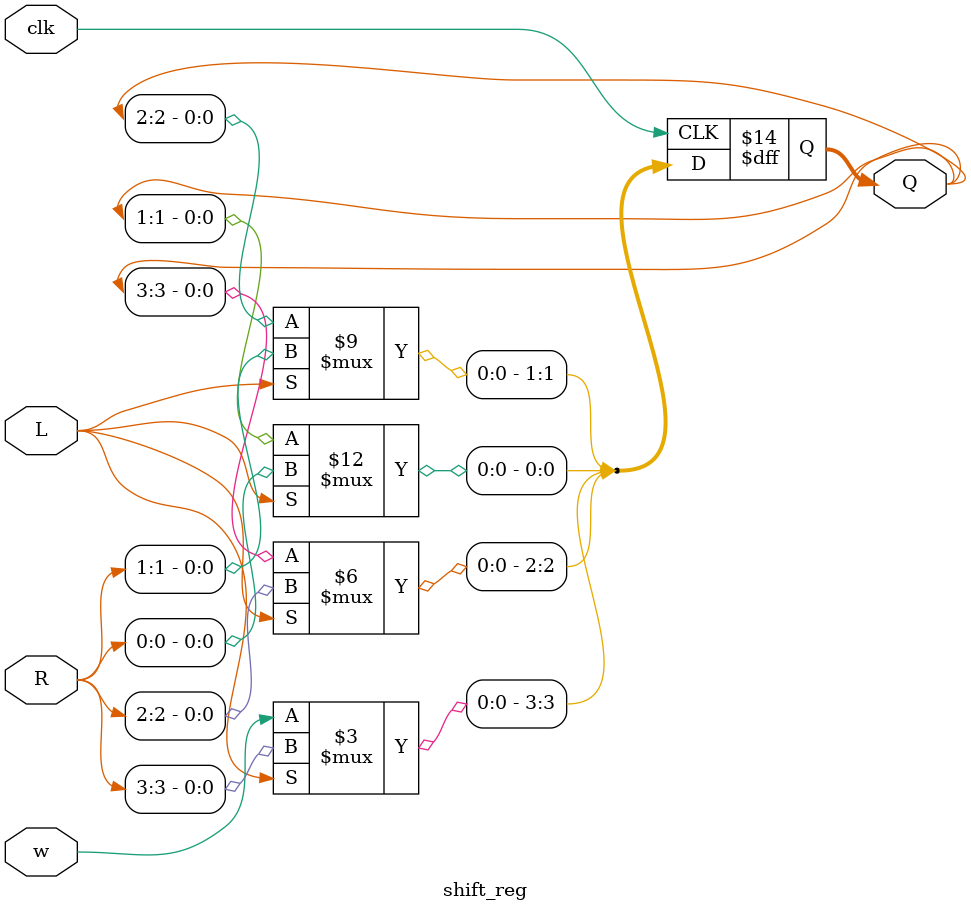
<source format=v>
`timescale 1ns / 1ps


module shift_reg(R,L,w,clk,Q);
input [3:0]R;
input L,w,clk;
output [3:0]Q;
reg [3:0]Q;
always @(posedge clk)
if(L)
Q<=R;
else
begin
Q[0]<=Q[1];
Q[1]<=Q[2];
Q[2]<=Q[3];
Q[3]<=w;
end
endmodule
</source>
